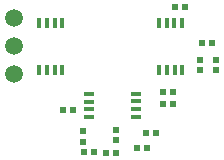
<source format=gtp>
%FSTAX23Y23*%
%MOIN*%
%SFA1B1*%

%IPPOS*%
%ADD10R,0.011810X0.037400*%
%ADD11R,0.037400X0.011810*%
%ADD12R,0.023620X0.021650*%
%ADD13R,0.021650X0.023620*%
%ADD14C,0.059050*%
%LNactive_electrode-1*%
%LPD*%
G54D10*
X00203Y00505D03*
X00228D03*
X00255D03*
X0028D03*
Y00349D03*
X00255D03*
X00229D03*
X00203D03*
X0068Y00505D03*
X00654D03*
X00628D03*
X00603D03*
Y0035D03*
X00628D03*
X00655D03*
X0068D03*
G54D11*
X00369Y0027D03*
Y00244D03*
Y00218D03*
Y00193D03*
X00525D03*
Y00218D03*
Y00245D03*
Y0027D03*
G54D12*
X00315Y00215D03*
X00281D03*
X0046Y00073D03*
X00426D03*
X00563Y0009D03*
X0053D03*
X00593Y0014D03*
X0056D03*
X00648Y00235D03*
X00615D03*
X00648Y00275D03*
X00615D03*
X00351Y00075D03*
X00385D03*
X00745Y0044D03*
X00778D03*
X00688Y0056D03*
X00655D03*
G54D13*
X0046Y00115D03*
Y00148D03*
X0074Y00383D03*
Y0035D03*
X0035Y00145D03*
Y00111D03*
X00791Y00383D03*
Y0035D03*
G54D14*
X0012Y00524D03*
Y0043D03*
Y00335D03*
M02*
</source>
